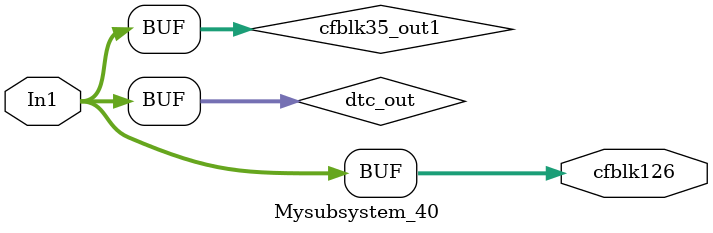
<source format=v>



`timescale 1 ns / 1 ns

module Mysubsystem_40
          (In1,
           cfblk126);


  input   [7:0] In1;  // uint8
  output  [7:0] cfblk126;  // uint8


  wire [7:0] dtc_out;  // ufix8
  wire [7:0] cfblk35_out1;  // uint8


  assign dtc_out = In1;



  assign cfblk35_out1 = dtc_out;



  assign cfblk126 = cfblk35_out1;

endmodule  // Mysubsystem_40


</source>
